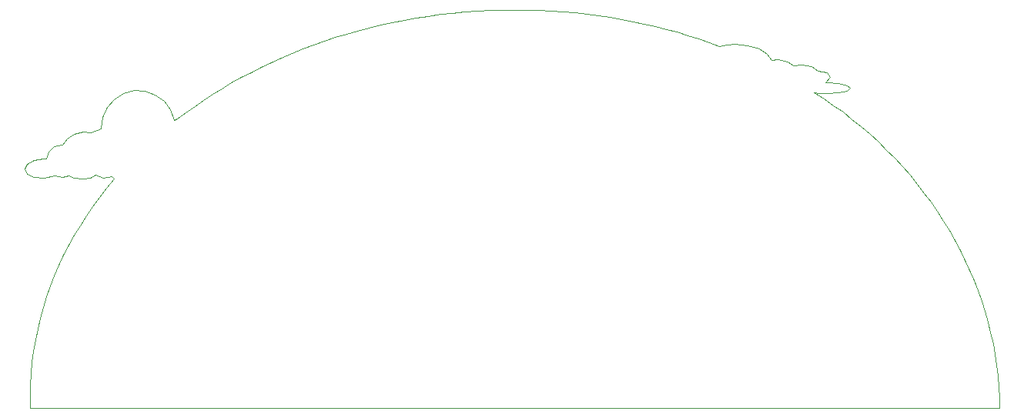
<source format=gm1>
%TF.GenerationSoftware,KiCad,Pcbnew,(6.0.4-0)*%
%TF.CreationDate,2022-04-25T17:13:00-04:00*%
%TF.ProjectId,sky_base,736b795f-6261-4736-952e-6b696361645f,rev?*%
%TF.SameCoordinates,Original*%
%TF.FileFunction,Profile,NP*%
%FSLAX46Y46*%
G04 Gerber Fmt 4.6, Leading zero omitted, Abs format (unit mm)*
G04 Created by KiCad (PCBNEW (6.0.4-0)) date 2022-04-25 17:13:00*
%MOMM*%
%LPD*%
G01*
G04 APERTURE LIST*
%TA.AperFunction,Profile*%
%ADD10C,0.000010*%
%TD*%
G04 APERTURE END LIST*
%TO.C,svg2mod*%
D10*
X150651107Y-75184252D02*
X151980448Y-75223628D01*
X153301220Y-75288859D01*
X154613049Y-75379620D01*
X155915563Y-75495588D01*
X157208390Y-75636439D01*
X158491156Y-75801850D01*
X159763490Y-75991495D01*
X161025018Y-76205051D01*
X162275369Y-76442195D01*
X163514169Y-76702603D01*
X164741046Y-76985950D01*
X165955627Y-77291912D01*
X167157540Y-77620167D01*
X168346412Y-77970389D01*
X169521871Y-78342255D01*
X170683543Y-78735441D01*
X171831057Y-79149624D01*
X172635147Y-79014107D01*
X173504340Y-78966688D01*
X174949828Y-79101208D01*
X176164579Y-79471567D01*
X177049924Y-80027960D01*
X177507195Y-80720587D01*
X178219297Y-80644104D01*
X179324263Y-80840175D01*
X179939089Y-81331918D01*
X180878050Y-81199626D01*
X181979194Y-81380926D01*
X182629880Y-81855917D01*
X183617409Y-82093015D01*
X184021528Y-82609876D01*
X183468588Y-83200022D01*
X183624653Y-83200022D01*
X184924959Y-83284034D01*
X185852419Y-83487879D01*
X186206923Y-83771045D01*
X186206923Y-83771574D01*
X185852207Y-84056930D01*
X184922766Y-84260054D01*
X183616900Y-84337431D01*
X182904866Y-84319720D01*
X182197350Y-84237696D01*
X183282373Y-84938849D01*
X184343835Y-85668255D01*
X185381192Y-86425089D01*
X186393902Y-87208524D01*
X187381421Y-88017735D01*
X188343205Y-88851897D01*
X189278712Y-89710183D01*
X190187399Y-90591769D01*
X191068721Y-91495829D01*
X191922136Y-92421537D01*
X192747100Y-93368068D01*
X193543070Y-94334595D01*
X194309503Y-95320294D01*
X195045856Y-96324339D01*
X195751585Y-97345905D01*
X196426147Y-98384165D01*
X197068999Y-99438294D01*
X197679597Y-100507466D01*
X198257398Y-101590857D01*
X198801859Y-102687640D01*
X199312436Y-103796989D01*
X199788587Y-104918080D01*
X200229768Y-106050086D01*
X200635435Y-107192183D01*
X201005046Y-108343544D01*
X201338057Y-109503343D01*
X201633925Y-110670756D01*
X201892106Y-111844957D01*
X202112058Y-113025120D01*
X202293237Y-114210419D01*
X202435100Y-115400030D01*
X202537103Y-116593125D01*
X202598703Y-117788880D01*
X202619357Y-118986470D01*
X96032066Y-118948754D01*
X96008306Y-117684231D01*
X96031345Y-116422393D01*
X96100034Y-115169690D01*
X96213735Y-113926629D01*
X96371810Y-112693719D01*
X96573618Y-111471467D01*
X96818521Y-110260380D01*
X97105880Y-109060967D01*
X97435055Y-107873735D01*
X97805409Y-106699192D01*
X98216302Y-105537845D01*
X98667094Y-104390203D01*
X99157147Y-103256773D01*
X99685823Y-102138063D01*
X100252481Y-101034581D01*
X100856483Y-99946834D01*
X101497190Y-98875331D01*
X102173962Y-97820578D01*
X102886162Y-96783084D01*
X103633150Y-95763357D01*
X104414286Y-94761904D01*
X105228932Y-93779233D01*
X104994837Y-93476925D01*
X104058759Y-93690638D01*
X103182028Y-93299157D01*
X102616131Y-93634391D01*
X101750593Y-93789049D01*
X100878221Y-93699562D01*
X100287632Y-93407678D01*
X99599819Y-93572008D01*
X98750257Y-93394759D01*
X97509507Y-93659342D01*
X96446862Y-93555246D01*
X95684666Y-93207747D01*
X95392841Y-92690925D01*
X95668105Y-92153119D01*
X96399041Y-91750530D01*
X97443361Y-91569030D01*
X97768923Y-91569030D01*
X98063410Y-90779256D01*
X98668910Y-90223469D01*
X99480963Y-89997551D01*
X99583798Y-89997551D01*
X100045109Y-89308917D01*
X100832784Y-88820750D01*
X101846192Y-88613656D01*
X102663715Y-88693237D01*
X103825400Y-88206446D01*
X103825400Y-88176990D01*
X103977873Y-86964106D01*
X104465844Y-85885074D01*
X105236997Y-84999944D01*
X106239014Y-84368766D01*
X107419579Y-84051588D01*
X108641053Y-84099945D01*
X109757809Y-84494004D01*
X110705550Y-85186766D01*
X111419979Y-86131232D01*
X111836798Y-87280405D01*
X112190265Y-87179635D01*
X113129964Y-86469450D01*
X114091037Y-85777431D01*
X115073051Y-85103924D01*
X116075575Y-84449277D01*
X117098174Y-83813837D01*
X118140415Y-83197950D01*
X119201866Y-82601964D01*
X120282093Y-82026227D01*
X121380663Y-81471084D01*
X122497144Y-80936884D01*
X123631102Y-80423973D01*
X124782104Y-79932699D01*
X125949717Y-79463408D01*
X127133509Y-79016448D01*
X128333045Y-78592166D01*
X129547893Y-78190908D01*
X130777621Y-77813023D01*
X132021794Y-77458857D01*
X133279980Y-77128757D01*
X134551745Y-76823070D01*
X135836658Y-76542143D01*
X137134284Y-76286325D01*
X138444190Y-76055960D01*
X139765945Y-75851398D01*
X141099113Y-75672984D01*
X142443263Y-75521067D01*
X143797962Y-75395992D01*
X145162776Y-75298107D01*
X146537272Y-75227760D01*
X147921017Y-75185297D01*
X149313579Y-75171066D01*
X149313568Y-75171055D01*
X150651107Y-75184252D01*
%TD*%
M02*

</source>
